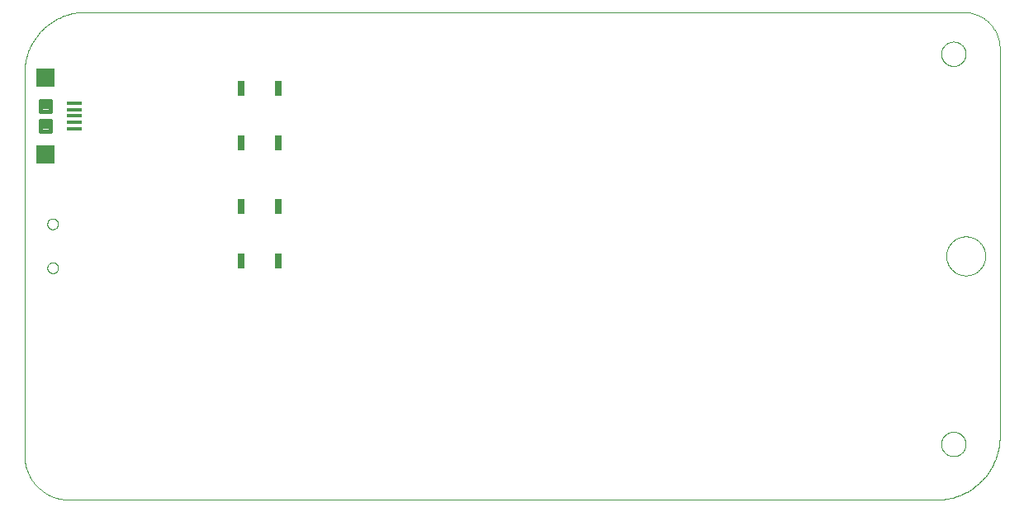
<source format=gbp>
G75*
%MOIN*%
%OFA0B0*%
%FSLAX25Y25*%
%IPPOS*%
%LPD*%
%AMOC8*
5,1,8,0,0,1.08239X$1,22.5*
%
%ADD10C,0.00000*%
%ADD11R,0.03000X0.06000*%
%ADD12R,0.05984X0.01496*%
%ADD13C,0.01800*%
%ADD14R,0.07480X0.07480*%
D10*
X0059668Y0031528D02*
X0059668Y0185867D01*
X0059675Y0186459D01*
X0059697Y0187050D01*
X0059732Y0187640D01*
X0059782Y0188230D01*
X0059847Y0188818D01*
X0059925Y0189405D01*
X0060017Y0189989D01*
X0060124Y0190571D01*
X0060245Y0191150D01*
X0060379Y0191726D01*
X0060528Y0192299D01*
X0060690Y0192868D01*
X0060866Y0193433D01*
X0061056Y0193993D01*
X0061259Y0194549D01*
X0061475Y0195099D01*
X0061705Y0195645D01*
X0061948Y0196184D01*
X0062204Y0196718D01*
X0062472Y0197245D01*
X0062754Y0197765D01*
X0063047Y0198279D01*
X0063353Y0198785D01*
X0063672Y0199284D01*
X0064002Y0199775D01*
X0064344Y0200258D01*
X0064697Y0200732D01*
X0065062Y0201198D01*
X0065438Y0201655D01*
X0065825Y0202102D01*
X0066223Y0202540D01*
X0066631Y0202969D01*
X0067049Y0203387D01*
X0067478Y0203795D01*
X0067916Y0204193D01*
X0068363Y0204580D01*
X0068820Y0204956D01*
X0069286Y0205321D01*
X0069760Y0205674D01*
X0070243Y0206016D01*
X0070734Y0206346D01*
X0071233Y0206665D01*
X0071739Y0206971D01*
X0072253Y0207264D01*
X0072773Y0207546D01*
X0073300Y0207814D01*
X0073834Y0208070D01*
X0074373Y0208313D01*
X0074919Y0208543D01*
X0075469Y0208759D01*
X0076025Y0208962D01*
X0076585Y0209152D01*
X0077150Y0209328D01*
X0077719Y0209490D01*
X0078292Y0209639D01*
X0078868Y0209773D01*
X0079447Y0209894D01*
X0080029Y0210001D01*
X0080613Y0210093D01*
X0081200Y0210171D01*
X0081788Y0210236D01*
X0082378Y0210286D01*
X0082968Y0210321D01*
X0083559Y0210343D01*
X0084151Y0210350D01*
X0438667Y0210350D01*
X0438667Y0210351D02*
X0439022Y0210347D01*
X0439377Y0210334D01*
X0439732Y0210312D01*
X0440086Y0210282D01*
X0440439Y0210244D01*
X0440791Y0210197D01*
X0441142Y0210141D01*
X0441492Y0210077D01*
X0441839Y0210005D01*
X0442185Y0209924D01*
X0442529Y0209835D01*
X0442871Y0209737D01*
X0443210Y0209631D01*
X0443547Y0209518D01*
X0443880Y0209396D01*
X0444211Y0209266D01*
X0444538Y0209128D01*
X0444862Y0208982D01*
X0445183Y0208828D01*
X0445499Y0208667D01*
X0445812Y0208498D01*
X0446120Y0208322D01*
X0446424Y0208138D01*
X0446724Y0207947D01*
X0447019Y0207749D01*
X0447309Y0207543D01*
X0447594Y0207331D01*
X0447873Y0207112D01*
X0448147Y0206886D01*
X0448416Y0206654D01*
X0448679Y0206415D01*
X0448937Y0206170D01*
X0449188Y0205919D01*
X0449433Y0205661D01*
X0449672Y0205398D01*
X0449904Y0205129D01*
X0450130Y0204855D01*
X0450349Y0204576D01*
X0450561Y0204291D01*
X0450767Y0204001D01*
X0450965Y0203706D01*
X0451156Y0203406D01*
X0451340Y0203102D01*
X0451516Y0202794D01*
X0451685Y0202481D01*
X0451846Y0202165D01*
X0452000Y0201844D01*
X0452146Y0201520D01*
X0452284Y0201193D01*
X0452414Y0200862D01*
X0452536Y0200529D01*
X0452649Y0200192D01*
X0452755Y0199853D01*
X0452853Y0199511D01*
X0452942Y0199167D01*
X0453023Y0198821D01*
X0453095Y0198474D01*
X0453159Y0198124D01*
X0453215Y0197773D01*
X0453262Y0197421D01*
X0453300Y0197068D01*
X0453330Y0196714D01*
X0453352Y0196359D01*
X0453365Y0196004D01*
X0453369Y0195649D01*
X0453369Y0039112D01*
X0429747Y0036000D02*
X0429749Y0036140D01*
X0429755Y0036280D01*
X0429765Y0036419D01*
X0429779Y0036558D01*
X0429797Y0036697D01*
X0429818Y0036835D01*
X0429844Y0036973D01*
X0429874Y0037110D01*
X0429907Y0037245D01*
X0429945Y0037380D01*
X0429986Y0037514D01*
X0430031Y0037647D01*
X0430079Y0037778D01*
X0430132Y0037907D01*
X0430188Y0038036D01*
X0430247Y0038162D01*
X0430311Y0038287D01*
X0430377Y0038410D01*
X0430448Y0038531D01*
X0430521Y0038650D01*
X0430598Y0038767D01*
X0430679Y0038881D01*
X0430762Y0038993D01*
X0430849Y0039103D01*
X0430939Y0039211D01*
X0431031Y0039315D01*
X0431127Y0039417D01*
X0431226Y0039517D01*
X0431327Y0039613D01*
X0431431Y0039707D01*
X0431538Y0039797D01*
X0431647Y0039884D01*
X0431759Y0039969D01*
X0431873Y0040050D01*
X0431989Y0040128D01*
X0432107Y0040202D01*
X0432228Y0040273D01*
X0432350Y0040341D01*
X0432475Y0040405D01*
X0432601Y0040466D01*
X0432728Y0040523D01*
X0432858Y0040576D01*
X0432989Y0040626D01*
X0433121Y0040671D01*
X0433254Y0040714D01*
X0433389Y0040752D01*
X0433524Y0040786D01*
X0433661Y0040817D01*
X0433798Y0040844D01*
X0433936Y0040866D01*
X0434075Y0040885D01*
X0434214Y0040900D01*
X0434353Y0040911D01*
X0434493Y0040918D01*
X0434633Y0040921D01*
X0434773Y0040920D01*
X0434913Y0040915D01*
X0435052Y0040906D01*
X0435192Y0040893D01*
X0435331Y0040876D01*
X0435469Y0040855D01*
X0435607Y0040831D01*
X0435744Y0040802D01*
X0435880Y0040770D01*
X0436015Y0040733D01*
X0436149Y0040693D01*
X0436282Y0040649D01*
X0436413Y0040601D01*
X0436543Y0040550D01*
X0436672Y0040495D01*
X0436799Y0040436D01*
X0436924Y0040373D01*
X0437047Y0040308D01*
X0437169Y0040238D01*
X0437288Y0040165D01*
X0437406Y0040089D01*
X0437521Y0040010D01*
X0437634Y0039927D01*
X0437744Y0039841D01*
X0437852Y0039752D01*
X0437957Y0039660D01*
X0438060Y0039565D01*
X0438160Y0039467D01*
X0438257Y0039367D01*
X0438351Y0039263D01*
X0438443Y0039157D01*
X0438531Y0039049D01*
X0438616Y0038938D01*
X0438698Y0038824D01*
X0438777Y0038708D01*
X0438852Y0038591D01*
X0438924Y0038471D01*
X0438992Y0038349D01*
X0439057Y0038225D01*
X0439119Y0038099D01*
X0439177Y0037972D01*
X0439231Y0037843D01*
X0439282Y0037712D01*
X0439328Y0037580D01*
X0439371Y0037447D01*
X0439411Y0037313D01*
X0439446Y0037178D01*
X0439478Y0037041D01*
X0439505Y0036904D01*
X0439529Y0036766D01*
X0439549Y0036628D01*
X0439565Y0036489D01*
X0439577Y0036349D01*
X0439585Y0036210D01*
X0439589Y0036070D01*
X0439589Y0035930D01*
X0439585Y0035790D01*
X0439577Y0035651D01*
X0439565Y0035511D01*
X0439549Y0035372D01*
X0439529Y0035234D01*
X0439505Y0035096D01*
X0439478Y0034959D01*
X0439446Y0034822D01*
X0439411Y0034687D01*
X0439371Y0034553D01*
X0439328Y0034420D01*
X0439282Y0034288D01*
X0439231Y0034157D01*
X0439177Y0034028D01*
X0439119Y0033901D01*
X0439057Y0033775D01*
X0438992Y0033651D01*
X0438924Y0033529D01*
X0438852Y0033409D01*
X0438777Y0033292D01*
X0438698Y0033176D01*
X0438616Y0033062D01*
X0438531Y0032951D01*
X0438443Y0032843D01*
X0438351Y0032737D01*
X0438257Y0032633D01*
X0438160Y0032533D01*
X0438060Y0032435D01*
X0437957Y0032340D01*
X0437852Y0032248D01*
X0437744Y0032159D01*
X0437634Y0032073D01*
X0437521Y0031990D01*
X0437406Y0031911D01*
X0437288Y0031835D01*
X0437169Y0031762D01*
X0437047Y0031692D01*
X0436924Y0031627D01*
X0436799Y0031564D01*
X0436672Y0031505D01*
X0436543Y0031450D01*
X0436413Y0031399D01*
X0436282Y0031351D01*
X0436149Y0031307D01*
X0436015Y0031267D01*
X0435880Y0031230D01*
X0435744Y0031198D01*
X0435607Y0031169D01*
X0435469Y0031145D01*
X0435331Y0031124D01*
X0435192Y0031107D01*
X0435052Y0031094D01*
X0434913Y0031085D01*
X0434773Y0031080D01*
X0434633Y0031079D01*
X0434493Y0031082D01*
X0434353Y0031089D01*
X0434214Y0031100D01*
X0434075Y0031115D01*
X0433936Y0031134D01*
X0433798Y0031156D01*
X0433661Y0031183D01*
X0433524Y0031214D01*
X0433389Y0031248D01*
X0433254Y0031286D01*
X0433121Y0031329D01*
X0432989Y0031374D01*
X0432858Y0031424D01*
X0432728Y0031477D01*
X0432601Y0031534D01*
X0432475Y0031595D01*
X0432350Y0031659D01*
X0432228Y0031727D01*
X0432107Y0031798D01*
X0431989Y0031872D01*
X0431873Y0031950D01*
X0431759Y0032031D01*
X0431647Y0032116D01*
X0431538Y0032203D01*
X0431431Y0032293D01*
X0431327Y0032387D01*
X0431226Y0032483D01*
X0431127Y0032583D01*
X0431031Y0032685D01*
X0430939Y0032789D01*
X0430849Y0032897D01*
X0430762Y0033007D01*
X0430679Y0033119D01*
X0430598Y0033233D01*
X0430521Y0033350D01*
X0430448Y0033469D01*
X0430377Y0033590D01*
X0430311Y0033713D01*
X0430247Y0033838D01*
X0430188Y0033964D01*
X0430132Y0034093D01*
X0430079Y0034222D01*
X0430031Y0034353D01*
X0429986Y0034486D01*
X0429945Y0034620D01*
X0429907Y0034755D01*
X0429874Y0034890D01*
X0429844Y0035027D01*
X0429818Y0035165D01*
X0429797Y0035303D01*
X0429779Y0035442D01*
X0429765Y0035581D01*
X0429755Y0035720D01*
X0429749Y0035860D01*
X0429747Y0036000D01*
X0427757Y0013500D02*
X0428376Y0013507D01*
X0428994Y0013530D01*
X0429612Y0013567D01*
X0430229Y0013620D01*
X0430844Y0013687D01*
X0431458Y0013769D01*
X0432069Y0013866D01*
X0432678Y0013977D01*
X0433284Y0014103D01*
X0433886Y0014244D01*
X0434485Y0014400D01*
X0435081Y0014569D01*
X0435672Y0014754D01*
X0436258Y0014952D01*
X0436839Y0015164D01*
X0437415Y0015391D01*
X0437986Y0015631D01*
X0438550Y0015885D01*
X0439108Y0016153D01*
X0439659Y0016434D01*
X0440204Y0016728D01*
X0440741Y0017035D01*
X0441271Y0017355D01*
X0441793Y0017688D01*
X0442306Y0018034D01*
X0442811Y0018391D01*
X0443308Y0018761D01*
X0443795Y0019143D01*
X0444273Y0019536D01*
X0444741Y0019941D01*
X0445199Y0020357D01*
X0445647Y0020784D01*
X0446085Y0021222D01*
X0446512Y0021670D01*
X0446928Y0022128D01*
X0447333Y0022596D01*
X0447726Y0023074D01*
X0448108Y0023561D01*
X0448478Y0024058D01*
X0448835Y0024563D01*
X0449181Y0025076D01*
X0449514Y0025598D01*
X0449834Y0026128D01*
X0450141Y0026665D01*
X0450435Y0027210D01*
X0450716Y0027761D01*
X0450984Y0028319D01*
X0451238Y0028883D01*
X0451478Y0029454D01*
X0451705Y0030030D01*
X0451917Y0030611D01*
X0452115Y0031197D01*
X0452300Y0031788D01*
X0452469Y0032384D01*
X0452625Y0032983D01*
X0452766Y0033585D01*
X0452892Y0034191D01*
X0453003Y0034800D01*
X0453100Y0035411D01*
X0453182Y0036025D01*
X0453249Y0036640D01*
X0453302Y0037257D01*
X0453339Y0037875D01*
X0453362Y0038493D01*
X0453369Y0039112D01*
X0427757Y0013500D02*
X0077695Y0013500D01*
X0077259Y0013505D01*
X0076824Y0013521D01*
X0076389Y0013547D01*
X0075955Y0013584D01*
X0075522Y0013631D01*
X0075090Y0013689D01*
X0074660Y0013757D01*
X0074231Y0013836D01*
X0073805Y0013925D01*
X0073381Y0014024D01*
X0072959Y0014133D01*
X0072540Y0014253D01*
X0072124Y0014382D01*
X0071711Y0014522D01*
X0071302Y0014672D01*
X0070897Y0014831D01*
X0070495Y0015000D01*
X0070098Y0015179D01*
X0069705Y0015367D01*
X0069317Y0015565D01*
X0068934Y0015772D01*
X0068556Y0015988D01*
X0068183Y0016214D01*
X0067815Y0016448D01*
X0067454Y0016691D01*
X0067098Y0016943D01*
X0066749Y0017203D01*
X0066406Y0017472D01*
X0066070Y0017749D01*
X0065740Y0018034D01*
X0065418Y0018327D01*
X0065102Y0018627D01*
X0064794Y0018935D01*
X0064494Y0019251D01*
X0064201Y0019573D01*
X0063916Y0019903D01*
X0063639Y0020239D01*
X0063370Y0020582D01*
X0063110Y0020931D01*
X0062858Y0021287D01*
X0062615Y0021648D01*
X0062381Y0022016D01*
X0062155Y0022389D01*
X0061939Y0022767D01*
X0061732Y0023150D01*
X0061534Y0023538D01*
X0061346Y0023931D01*
X0061167Y0024328D01*
X0060998Y0024730D01*
X0060839Y0025135D01*
X0060689Y0025544D01*
X0060549Y0025957D01*
X0060420Y0026373D01*
X0060300Y0026792D01*
X0060191Y0027214D01*
X0060092Y0027638D01*
X0060003Y0028064D01*
X0059924Y0028493D01*
X0059856Y0028923D01*
X0059798Y0029355D01*
X0059751Y0029788D01*
X0059714Y0030222D01*
X0059688Y0030657D01*
X0059672Y0031092D01*
X0059667Y0031528D01*
X0068920Y0107142D02*
X0068922Y0107235D01*
X0068928Y0107327D01*
X0068938Y0107419D01*
X0068952Y0107510D01*
X0068969Y0107601D01*
X0068991Y0107691D01*
X0069016Y0107780D01*
X0069045Y0107868D01*
X0069078Y0107954D01*
X0069115Y0108039D01*
X0069155Y0108123D01*
X0069199Y0108204D01*
X0069246Y0108284D01*
X0069296Y0108362D01*
X0069350Y0108437D01*
X0069407Y0108510D01*
X0069467Y0108580D01*
X0069530Y0108648D01*
X0069596Y0108713D01*
X0069664Y0108775D01*
X0069735Y0108835D01*
X0069809Y0108891D01*
X0069885Y0108944D01*
X0069963Y0108993D01*
X0070043Y0109040D01*
X0070125Y0109082D01*
X0070209Y0109122D01*
X0070294Y0109157D01*
X0070381Y0109189D01*
X0070469Y0109218D01*
X0070558Y0109242D01*
X0070648Y0109263D01*
X0070739Y0109279D01*
X0070831Y0109292D01*
X0070923Y0109301D01*
X0071016Y0109306D01*
X0071108Y0109307D01*
X0071201Y0109304D01*
X0071293Y0109297D01*
X0071385Y0109286D01*
X0071476Y0109271D01*
X0071567Y0109253D01*
X0071657Y0109230D01*
X0071745Y0109204D01*
X0071833Y0109174D01*
X0071919Y0109140D01*
X0072003Y0109103D01*
X0072086Y0109061D01*
X0072167Y0109017D01*
X0072247Y0108969D01*
X0072324Y0108918D01*
X0072398Y0108863D01*
X0072471Y0108805D01*
X0072541Y0108745D01*
X0072608Y0108681D01*
X0072672Y0108615D01*
X0072734Y0108545D01*
X0072792Y0108474D01*
X0072847Y0108400D01*
X0072899Y0108323D01*
X0072948Y0108244D01*
X0072994Y0108164D01*
X0073036Y0108081D01*
X0073074Y0107997D01*
X0073109Y0107911D01*
X0073140Y0107824D01*
X0073167Y0107736D01*
X0073190Y0107646D01*
X0073210Y0107556D01*
X0073226Y0107465D01*
X0073238Y0107373D01*
X0073246Y0107281D01*
X0073250Y0107188D01*
X0073250Y0107096D01*
X0073246Y0107003D01*
X0073238Y0106911D01*
X0073226Y0106819D01*
X0073210Y0106728D01*
X0073190Y0106638D01*
X0073167Y0106548D01*
X0073140Y0106460D01*
X0073109Y0106373D01*
X0073074Y0106287D01*
X0073036Y0106203D01*
X0072994Y0106120D01*
X0072948Y0106040D01*
X0072899Y0105961D01*
X0072847Y0105884D01*
X0072792Y0105810D01*
X0072734Y0105739D01*
X0072672Y0105669D01*
X0072608Y0105603D01*
X0072541Y0105539D01*
X0072471Y0105479D01*
X0072398Y0105421D01*
X0072324Y0105366D01*
X0072247Y0105315D01*
X0072168Y0105267D01*
X0072086Y0105223D01*
X0072003Y0105181D01*
X0071919Y0105144D01*
X0071833Y0105110D01*
X0071745Y0105080D01*
X0071657Y0105054D01*
X0071567Y0105031D01*
X0071476Y0105013D01*
X0071385Y0104998D01*
X0071293Y0104987D01*
X0071201Y0104980D01*
X0071108Y0104977D01*
X0071016Y0104978D01*
X0070923Y0104983D01*
X0070831Y0104992D01*
X0070739Y0105005D01*
X0070648Y0105021D01*
X0070558Y0105042D01*
X0070469Y0105066D01*
X0070381Y0105095D01*
X0070294Y0105127D01*
X0070209Y0105162D01*
X0070125Y0105202D01*
X0070043Y0105244D01*
X0069963Y0105291D01*
X0069885Y0105340D01*
X0069809Y0105393D01*
X0069735Y0105449D01*
X0069664Y0105509D01*
X0069596Y0105571D01*
X0069530Y0105636D01*
X0069467Y0105704D01*
X0069407Y0105774D01*
X0069350Y0105847D01*
X0069296Y0105922D01*
X0069246Y0106000D01*
X0069199Y0106080D01*
X0069155Y0106161D01*
X0069115Y0106245D01*
X0069078Y0106330D01*
X0069045Y0106416D01*
X0069016Y0106504D01*
X0068991Y0106593D01*
X0068969Y0106683D01*
X0068952Y0106774D01*
X0068938Y0106865D01*
X0068928Y0106957D01*
X0068922Y0107049D01*
X0068920Y0107142D01*
X0068920Y0124858D02*
X0068922Y0124951D01*
X0068928Y0125043D01*
X0068938Y0125135D01*
X0068952Y0125226D01*
X0068969Y0125317D01*
X0068991Y0125407D01*
X0069016Y0125496D01*
X0069045Y0125584D01*
X0069078Y0125670D01*
X0069115Y0125755D01*
X0069155Y0125839D01*
X0069199Y0125920D01*
X0069246Y0126000D01*
X0069296Y0126078D01*
X0069350Y0126153D01*
X0069407Y0126226D01*
X0069467Y0126296D01*
X0069530Y0126364D01*
X0069596Y0126429D01*
X0069664Y0126491D01*
X0069735Y0126551D01*
X0069809Y0126607D01*
X0069885Y0126660D01*
X0069963Y0126709D01*
X0070043Y0126756D01*
X0070125Y0126798D01*
X0070209Y0126838D01*
X0070294Y0126873D01*
X0070381Y0126905D01*
X0070469Y0126934D01*
X0070558Y0126958D01*
X0070648Y0126979D01*
X0070739Y0126995D01*
X0070831Y0127008D01*
X0070923Y0127017D01*
X0071016Y0127022D01*
X0071108Y0127023D01*
X0071201Y0127020D01*
X0071293Y0127013D01*
X0071385Y0127002D01*
X0071476Y0126987D01*
X0071567Y0126969D01*
X0071657Y0126946D01*
X0071745Y0126920D01*
X0071833Y0126890D01*
X0071919Y0126856D01*
X0072003Y0126819D01*
X0072086Y0126777D01*
X0072167Y0126733D01*
X0072247Y0126685D01*
X0072324Y0126634D01*
X0072398Y0126579D01*
X0072471Y0126521D01*
X0072541Y0126461D01*
X0072608Y0126397D01*
X0072672Y0126331D01*
X0072734Y0126261D01*
X0072792Y0126190D01*
X0072847Y0126116D01*
X0072899Y0126039D01*
X0072948Y0125960D01*
X0072994Y0125880D01*
X0073036Y0125797D01*
X0073074Y0125713D01*
X0073109Y0125627D01*
X0073140Y0125540D01*
X0073167Y0125452D01*
X0073190Y0125362D01*
X0073210Y0125272D01*
X0073226Y0125181D01*
X0073238Y0125089D01*
X0073246Y0124997D01*
X0073250Y0124904D01*
X0073250Y0124812D01*
X0073246Y0124719D01*
X0073238Y0124627D01*
X0073226Y0124535D01*
X0073210Y0124444D01*
X0073190Y0124354D01*
X0073167Y0124264D01*
X0073140Y0124176D01*
X0073109Y0124089D01*
X0073074Y0124003D01*
X0073036Y0123919D01*
X0072994Y0123836D01*
X0072948Y0123756D01*
X0072899Y0123677D01*
X0072847Y0123600D01*
X0072792Y0123526D01*
X0072734Y0123455D01*
X0072672Y0123385D01*
X0072608Y0123319D01*
X0072541Y0123255D01*
X0072471Y0123195D01*
X0072398Y0123137D01*
X0072324Y0123082D01*
X0072247Y0123031D01*
X0072168Y0122983D01*
X0072086Y0122939D01*
X0072003Y0122897D01*
X0071919Y0122860D01*
X0071833Y0122826D01*
X0071745Y0122796D01*
X0071657Y0122770D01*
X0071567Y0122747D01*
X0071476Y0122729D01*
X0071385Y0122714D01*
X0071293Y0122703D01*
X0071201Y0122696D01*
X0071108Y0122693D01*
X0071016Y0122694D01*
X0070923Y0122699D01*
X0070831Y0122708D01*
X0070739Y0122721D01*
X0070648Y0122737D01*
X0070558Y0122758D01*
X0070469Y0122782D01*
X0070381Y0122811D01*
X0070294Y0122843D01*
X0070209Y0122878D01*
X0070125Y0122918D01*
X0070043Y0122960D01*
X0069963Y0123007D01*
X0069885Y0123056D01*
X0069809Y0123109D01*
X0069735Y0123165D01*
X0069664Y0123225D01*
X0069596Y0123287D01*
X0069530Y0123352D01*
X0069467Y0123420D01*
X0069407Y0123490D01*
X0069350Y0123563D01*
X0069296Y0123638D01*
X0069246Y0123716D01*
X0069199Y0123796D01*
X0069155Y0123877D01*
X0069115Y0123961D01*
X0069078Y0124046D01*
X0069045Y0124132D01*
X0069016Y0124220D01*
X0068991Y0124309D01*
X0068969Y0124399D01*
X0068952Y0124490D01*
X0068938Y0124581D01*
X0068928Y0124673D01*
X0068922Y0124765D01*
X0068920Y0124858D01*
X0429747Y0193500D02*
X0429749Y0193640D01*
X0429755Y0193780D01*
X0429765Y0193919D01*
X0429779Y0194058D01*
X0429797Y0194197D01*
X0429818Y0194335D01*
X0429844Y0194473D01*
X0429874Y0194610D01*
X0429907Y0194745D01*
X0429945Y0194880D01*
X0429986Y0195014D01*
X0430031Y0195147D01*
X0430079Y0195278D01*
X0430132Y0195407D01*
X0430188Y0195536D01*
X0430247Y0195662D01*
X0430311Y0195787D01*
X0430377Y0195910D01*
X0430448Y0196031D01*
X0430521Y0196150D01*
X0430598Y0196267D01*
X0430679Y0196381D01*
X0430762Y0196493D01*
X0430849Y0196603D01*
X0430939Y0196711D01*
X0431031Y0196815D01*
X0431127Y0196917D01*
X0431226Y0197017D01*
X0431327Y0197113D01*
X0431431Y0197207D01*
X0431538Y0197297D01*
X0431647Y0197384D01*
X0431759Y0197469D01*
X0431873Y0197550D01*
X0431989Y0197628D01*
X0432107Y0197702D01*
X0432228Y0197773D01*
X0432350Y0197841D01*
X0432475Y0197905D01*
X0432601Y0197966D01*
X0432728Y0198023D01*
X0432858Y0198076D01*
X0432989Y0198126D01*
X0433121Y0198171D01*
X0433254Y0198214D01*
X0433389Y0198252D01*
X0433524Y0198286D01*
X0433661Y0198317D01*
X0433798Y0198344D01*
X0433936Y0198366D01*
X0434075Y0198385D01*
X0434214Y0198400D01*
X0434353Y0198411D01*
X0434493Y0198418D01*
X0434633Y0198421D01*
X0434773Y0198420D01*
X0434913Y0198415D01*
X0435052Y0198406D01*
X0435192Y0198393D01*
X0435331Y0198376D01*
X0435469Y0198355D01*
X0435607Y0198331D01*
X0435744Y0198302D01*
X0435880Y0198270D01*
X0436015Y0198233D01*
X0436149Y0198193D01*
X0436282Y0198149D01*
X0436413Y0198101D01*
X0436543Y0198050D01*
X0436672Y0197995D01*
X0436799Y0197936D01*
X0436924Y0197873D01*
X0437047Y0197808D01*
X0437169Y0197738D01*
X0437288Y0197665D01*
X0437406Y0197589D01*
X0437521Y0197510D01*
X0437634Y0197427D01*
X0437744Y0197341D01*
X0437852Y0197252D01*
X0437957Y0197160D01*
X0438060Y0197065D01*
X0438160Y0196967D01*
X0438257Y0196867D01*
X0438351Y0196763D01*
X0438443Y0196657D01*
X0438531Y0196549D01*
X0438616Y0196438D01*
X0438698Y0196324D01*
X0438777Y0196208D01*
X0438852Y0196091D01*
X0438924Y0195971D01*
X0438992Y0195849D01*
X0439057Y0195725D01*
X0439119Y0195599D01*
X0439177Y0195472D01*
X0439231Y0195343D01*
X0439282Y0195212D01*
X0439328Y0195080D01*
X0439371Y0194947D01*
X0439411Y0194813D01*
X0439446Y0194678D01*
X0439478Y0194541D01*
X0439505Y0194404D01*
X0439529Y0194266D01*
X0439549Y0194128D01*
X0439565Y0193989D01*
X0439577Y0193849D01*
X0439585Y0193710D01*
X0439589Y0193570D01*
X0439589Y0193430D01*
X0439585Y0193290D01*
X0439577Y0193151D01*
X0439565Y0193011D01*
X0439549Y0192872D01*
X0439529Y0192734D01*
X0439505Y0192596D01*
X0439478Y0192459D01*
X0439446Y0192322D01*
X0439411Y0192187D01*
X0439371Y0192053D01*
X0439328Y0191920D01*
X0439282Y0191788D01*
X0439231Y0191657D01*
X0439177Y0191528D01*
X0439119Y0191401D01*
X0439057Y0191275D01*
X0438992Y0191151D01*
X0438924Y0191029D01*
X0438852Y0190909D01*
X0438777Y0190792D01*
X0438698Y0190676D01*
X0438616Y0190562D01*
X0438531Y0190451D01*
X0438443Y0190343D01*
X0438351Y0190237D01*
X0438257Y0190133D01*
X0438160Y0190033D01*
X0438060Y0189935D01*
X0437957Y0189840D01*
X0437852Y0189748D01*
X0437744Y0189659D01*
X0437634Y0189573D01*
X0437521Y0189490D01*
X0437406Y0189411D01*
X0437288Y0189335D01*
X0437169Y0189262D01*
X0437047Y0189192D01*
X0436924Y0189127D01*
X0436799Y0189064D01*
X0436672Y0189005D01*
X0436543Y0188950D01*
X0436413Y0188899D01*
X0436282Y0188851D01*
X0436149Y0188807D01*
X0436015Y0188767D01*
X0435880Y0188730D01*
X0435744Y0188698D01*
X0435607Y0188669D01*
X0435469Y0188645D01*
X0435331Y0188624D01*
X0435192Y0188607D01*
X0435052Y0188594D01*
X0434913Y0188585D01*
X0434773Y0188580D01*
X0434633Y0188579D01*
X0434493Y0188582D01*
X0434353Y0188589D01*
X0434214Y0188600D01*
X0434075Y0188615D01*
X0433936Y0188634D01*
X0433798Y0188656D01*
X0433661Y0188683D01*
X0433524Y0188714D01*
X0433389Y0188748D01*
X0433254Y0188786D01*
X0433121Y0188829D01*
X0432989Y0188874D01*
X0432858Y0188924D01*
X0432728Y0188977D01*
X0432601Y0189034D01*
X0432475Y0189095D01*
X0432350Y0189159D01*
X0432228Y0189227D01*
X0432107Y0189298D01*
X0431989Y0189372D01*
X0431873Y0189450D01*
X0431759Y0189531D01*
X0431647Y0189616D01*
X0431538Y0189703D01*
X0431431Y0189793D01*
X0431327Y0189887D01*
X0431226Y0189983D01*
X0431127Y0190083D01*
X0431031Y0190185D01*
X0430939Y0190289D01*
X0430849Y0190397D01*
X0430762Y0190507D01*
X0430679Y0190619D01*
X0430598Y0190733D01*
X0430521Y0190850D01*
X0430448Y0190969D01*
X0430377Y0191090D01*
X0430311Y0191213D01*
X0430247Y0191338D01*
X0430188Y0191464D01*
X0430132Y0191593D01*
X0430079Y0191722D01*
X0430031Y0191853D01*
X0429986Y0191986D01*
X0429945Y0192120D01*
X0429907Y0192255D01*
X0429874Y0192390D01*
X0429844Y0192527D01*
X0429818Y0192665D01*
X0429797Y0192803D01*
X0429779Y0192942D01*
X0429765Y0193081D01*
X0429755Y0193220D01*
X0429749Y0193360D01*
X0429747Y0193500D01*
X0431794Y0111925D02*
X0431796Y0112118D01*
X0431803Y0112311D01*
X0431815Y0112504D01*
X0431832Y0112697D01*
X0431853Y0112889D01*
X0431879Y0113080D01*
X0431910Y0113271D01*
X0431945Y0113461D01*
X0431985Y0113650D01*
X0432030Y0113838D01*
X0432079Y0114025D01*
X0432133Y0114211D01*
X0432191Y0114395D01*
X0432254Y0114578D01*
X0432322Y0114759D01*
X0432393Y0114938D01*
X0432470Y0115116D01*
X0432550Y0115292D01*
X0432635Y0115465D01*
X0432724Y0115637D01*
X0432817Y0115806D01*
X0432914Y0115973D01*
X0433016Y0116138D01*
X0433121Y0116300D01*
X0433230Y0116459D01*
X0433344Y0116616D01*
X0433461Y0116769D01*
X0433581Y0116920D01*
X0433706Y0117068D01*
X0433834Y0117213D01*
X0433965Y0117354D01*
X0434100Y0117493D01*
X0434239Y0117628D01*
X0434380Y0117759D01*
X0434525Y0117887D01*
X0434673Y0118012D01*
X0434824Y0118132D01*
X0434977Y0118249D01*
X0435134Y0118363D01*
X0435293Y0118472D01*
X0435455Y0118577D01*
X0435620Y0118679D01*
X0435787Y0118776D01*
X0435956Y0118869D01*
X0436128Y0118958D01*
X0436301Y0119043D01*
X0436477Y0119123D01*
X0436655Y0119200D01*
X0436834Y0119271D01*
X0437015Y0119339D01*
X0437198Y0119402D01*
X0437382Y0119460D01*
X0437568Y0119514D01*
X0437755Y0119563D01*
X0437943Y0119608D01*
X0438132Y0119648D01*
X0438322Y0119683D01*
X0438513Y0119714D01*
X0438704Y0119740D01*
X0438896Y0119761D01*
X0439089Y0119778D01*
X0439282Y0119790D01*
X0439475Y0119797D01*
X0439668Y0119799D01*
X0439861Y0119797D01*
X0440054Y0119790D01*
X0440247Y0119778D01*
X0440440Y0119761D01*
X0440632Y0119740D01*
X0440823Y0119714D01*
X0441014Y0119683D01*
X0441204Y0119648D01*
X0441393Y0119608D01*
X0441581Y0119563D01*
X0441768Y0119514D01*
X0441954Y0119460D01*
X0442138Y0119402D01*
X0442321Y0119339D01*
X0442502Y0119271D01*
X0442681Y0119200D01*
X0442859Y0119123D01*
X0443035Y0119043D01*
X0443208Y0118958D01*
X0443380Y0118869D01*
X0443549Y0118776D01*
X0443716Y0118679D01*
X0443881Y0118577D01*
X0444043Y0118472D01*
X0444202Y0118363D01*
X0444359Y0118249D01*
X0444512Y0118132D01*
X0444663Y0118012D01*
X0444811Y0117887D01*
X0444956Y0117759D01*
X0445097Y0117628D01*
X0445236Y0117493D01*
X0445371Y0117354D01*
X0445502Y0117213D01*
X0445630Y0117068D01*
X0445755Y0116920D01*
X0445875Y0116769D01*
X0445992Y0116616D01*
X0446106Y0116459D01*
X0446215Y0116300D01*
X0446320Y0116138D01*
X0446422Y0115973D01*
X0446519Y0115806D01*
X0446612Y0115637D01*
X0446701Y0115465D01*
X0446786Y0115292D01*
X0446866Y0115116D01*
X0446943Y0114938D01*
X0447014Y0114759D01*
X0447082Y0114578D01*
X0447145Y0114395D01*
X0447203Y0114211D01*
X0447257Y0114025D01*
X0447306Y0113838D01*
X0447351Y0113650D01*
X0447391Y0113461D01*
X0447426Y0113271D01*
X0447457Y0113080D01*
X0447483Y0112889D01*
X0447504Y0112697D01*
X0447521Y0112504D01*
X0447533Y0112311D01*
X0447540Y0112118D01*
X0447542Y0111925D01*
X0447540Y0111732D01*
X0447533Y0111539D01*
X0447521Y0111346D01*
X0447504Y0111153D01*
X0447483Y0110961D01*
X0447457Y0110770D01*
X0447426Y0110579D01*
X0447391Y0110389D01*
X0447351Y0110200D01*
X0447306Y0110012D01*
X0447257Y0109825D01*
X0447203Y0109639D01*
X0447145Y0109455D01*
X0447082Y0109272D01*
X0447014Y0109091D01*
X0446943Y0108912D01*
X0446866Y0108734D01*
X0446786Y0108558D01*
X0446701Y0108385D01*
X0446612Y0108213D01*
X0446519Y0108044D01*
X0446422Y0107877D01*
X0446320Y0107712D01*
X0446215Y0107550D01*
X0446106Y0107391D01*
X0445992Y0107234D01*
X0445875Y0107081D01*
X0445755Y0106930D01*
X0445630Y0106782D01*
X0445502Y0106637D01*
X0445371Y0106496D01*
X0445236Y0106357D01*
X0445097Y0106222D01*
X0444956Y0106091D01*
X0444811Y0105963D01*
X0444663Y0105838D01*
X0444512Y0105718D01*
X0444359Y0105601D01*
X0444202Y0105487D01*
X0444043Y0105378D01*
X0443881Y0105273D01*
X0443716Y0105171D01*
X0443549Y0105074D01*
X0443380Y0104981D01*
X0443208Y0104892D01*
X0443035Y0104807D01*
X0442859Y0104727D01*
X0442681Y0104650D01*
X0442502Y0104579D01*
X0442321Y0104511D01*
X0442138Y0104448D01*
X0441954Y0104390D01*
X0441768Y0104336D01*
X0441581Y0104287D01*
X0441393Y0104242D01*
X0441204Y0104202D01*
X0441014Y0104167D01*
X0440823Y0104136D01*
X0440632Y0104110D01*
X0440440Y0104089D01*
X0440247Y0104072D01*
X0440054Y0104060D01*
X0439861Y0104053D01*
X0439668Y0104051D01*
X0439475Y0104053D01*
X0439282Y0104060D01*
X0439089Y0104072D01*
X0438896Y0104089D01*
X0438704Y0104110D01*
X0438513Y0104136D01*
X0438322Y0104167D01*
X0438132Y0104202D01*
X0437943Y0104242D01*
X0437755Y0104287D01*
X0437568Y0104336D01*
X0437382Y0104390D01*
X0437198Y0104448D01*
X0437015Y0104511D01*
X0436834Y0104579D01*
X0436655Y0104650D01*
X0436477Y0104727D01*
X0436301Y0104807D01*
X0436128Y0104892D01*
X0435956Y0104981D01*
X0435787Y0105074D01*
X0435620Y0105171D01*
X0435455Y0105273D01*
X0435293Y0105378D01*
X0435134Y0105487D01*
X0434977Y0105601D01*
X0434824Y0105718D01*
X0434673Y0105838D01*
X0434525Y0105963D01*
X0434380Y0106091D01*
X0434239Y0106222D01*
X0434100Y0106357D01*
X0433965Y0106496D01*
X0433834Y0106637D01*
X0433706Y0106782D01*
X0433581Y0106930D01*
X0433461Y0107081D01*
X0433344Y0107234D01*
X0433230Y0107391D01*
X0433121Y0107550D01*
X0433016Y0107712D01*
X0432914Y0107877D01*
X0432817Y0108044D01*
X0432724Y0108213D01*
X0432635Y0108385D01*
X0432550Y0108558D01*
X0432470Y0108734D01*
X0432393Y0108912D01*
X0432322Y0109091D01*
X0432254Y0109272D01*
X0432191Y0109455D01*
X0432133Y0109639D01*
X0432079Y0109825D01*
X0432030Y0110012D01*
X0431985Y0110200D01*
X0431945Y0110389D01*
X0431910Y0110579D01*
X0431879Y0110770D01*
X0431853Y0110961D01*
X0431832Y0111153D01*
X0431815Y0111346D01*
X0431803Y0111539D01*
X0431796Y0111732D01*
X0431794Y0111925D01*
D11*
X0162168Y0110000D03*
X0147168Y0110000D03*
X0147168Y0132000D03*
X0162168Y0132000D03*
X0162168Y0157500D03*
X0147168Y0157500D03*
X0147168Y0179500D03*
X0162168Y0179500D03*
D12*
X0079668Y0173618D03*
X0079668Y0171059D03*
X0079668Y0168500D03*
X0079668Y0165941D03*
X0079668Y0163382D03*
D13*
X0070268Y0162400D02*
X0070268Y0166600D01*
X0070268Y0162400D02*
X0066068Y0162400D01*
X0066068Y0166600D01*
X0070268Y0166600D01*
X0070268Y0164199D02*
X0066068Y0164199D01*
X0066068Y0165998D02*
X0070268Y0165998D01*
X0070268Y0170400D02*
X0070268Y0174600D01*
X0070268Y0170400D02*
X0066068Y0170400D01*
X0066068Y0174600D01*
X0070268Y0174600D01*
X0070268Y0172199D02*
X0066068Y0172199D01*
X0066068Y0173998D02*
X0070268Y0173998D01*
D14*
X0068168Y0184051D03*
X0068168Y0152949D03*
M02*

</source>
